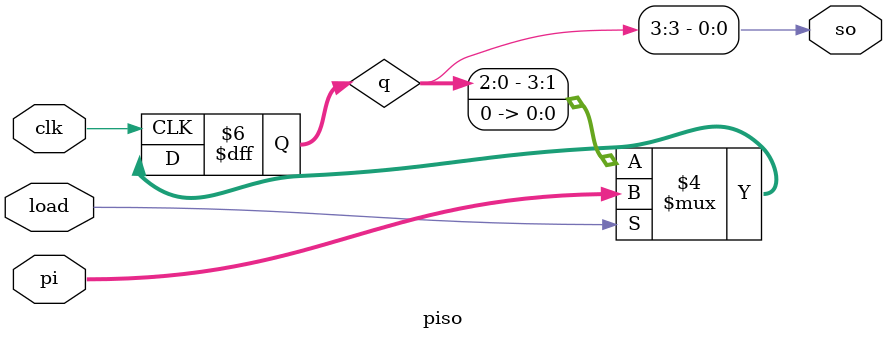
<source format=v>
module piso(output reg so,input [3:0] pi, input clk,load );
  reg [3:0] q;
  
  always @(posedge clk) begin
    if (load)
      q <= pi;
    else
      q <= {q[2:0], 1'b0};
  end

  always @(*) begin
    so = q[3];
  end
endmodule

</source>
